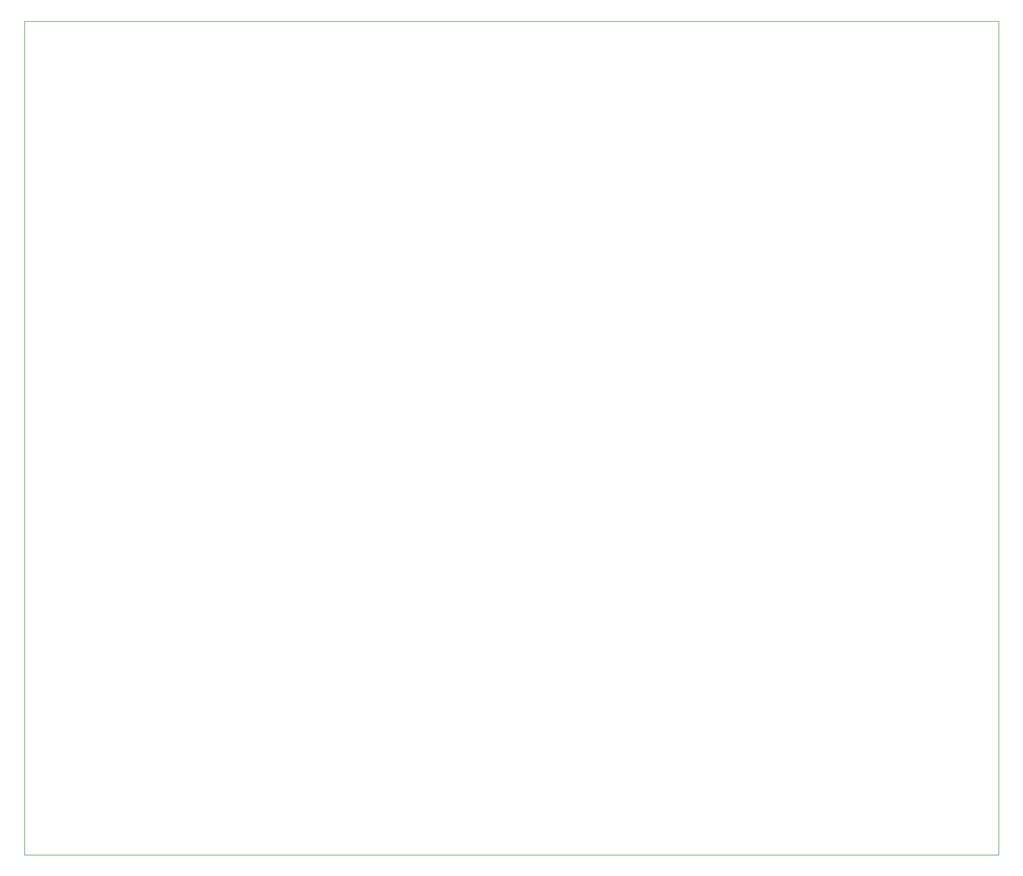
<source format=gbr>
G04 #@! TF.GenerationSoftware,KiCad,Pcbnew,5.1.5-52549c5~84~ubuntu19.04.1*
G04 #@! TF.CreationDate,2020-02-07T12:33:05+01:00*
G04 #@! TF.ProjectId,laborBerlin,6c61626f-7242-4657-926c-696e2e6b6963,rev?*
G04 #@! TF.SameCoordinates,Original*
G04 #@! TF.FileFunction,Profile,NP*
%FSLAX46Y46*%
G04 Gerber Fmt 4.6, Leading zero omitted, Abs format (unit mm)*
G04 Created by KiCad (PCBNEW 5.1.5-52549c5~84~ubuntu19.04.1) date 2020-02-07 12:33:05*
%MOMM*%
%LPD*%
G04 APERTURE LIST*
%ADD10C,0.050000*%
G04 APERTURE END LIST*
D10*
X212500000Y-144500000D02*
X212500000Y-14500000D01*
X60500000Y-144500000D02*
X60500000Y-14500000D01*
X60500000Y-14500000D02*
X212500000Y-14500000D01*
X212500000Y-144500000D02*
X60500000Y-144500000D01*
M02*

</source>
